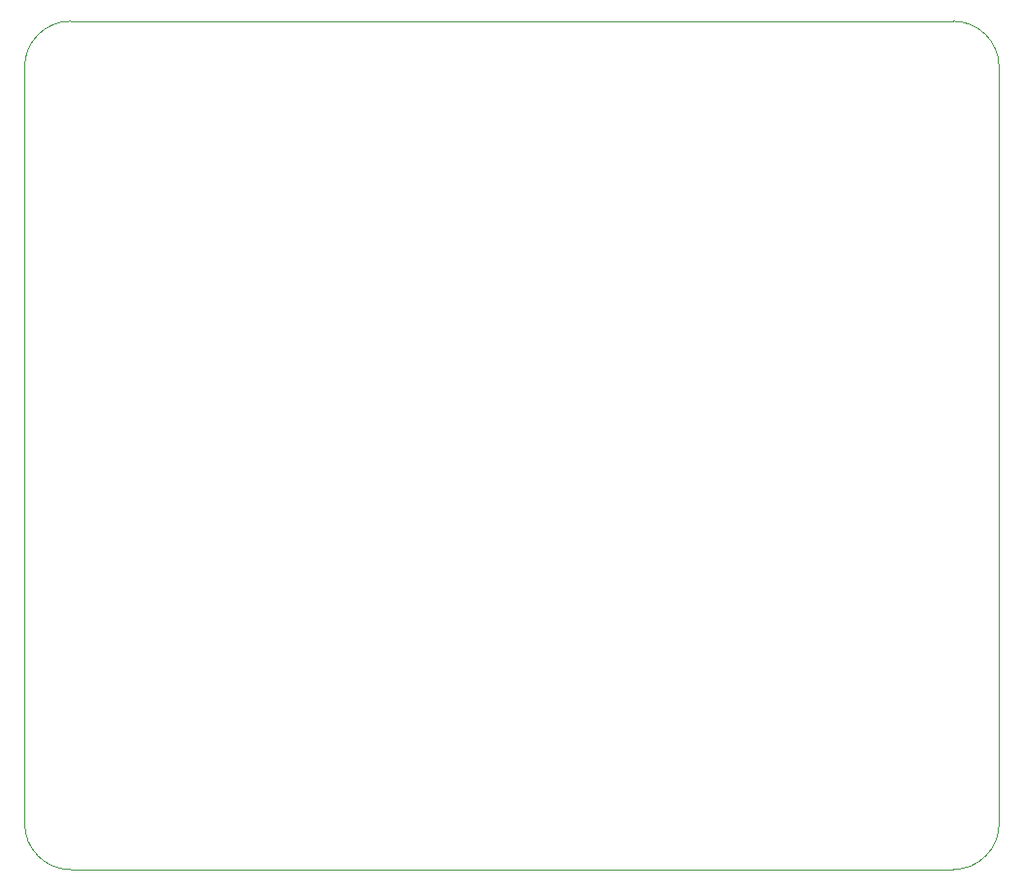
<source format=gbr>
%TF.GenerationSoftware,KiCad,Pcbnew,9.0.2*%
%TF.CreationDate,2025-07-05T12:49:50-04:00*%
%TF.ProjectId,Mainboard H7,4d61696e-626f-4617-9264-2048372e6b69,rev?*%
%TF.SameCoordinates,Original*%
%TF.FileFunction,Profile,NP*%
%FSLAX46Y46*%
G04 Gerber Fmt 4.6, Leading zero omitted, Abs format (unit mm)*
G04 Created by KiCad (PCBNEW 9.0.2) date 2025-07-05 12:49:50*
%MOMM*%
%LPD*%
G01*
G04 APERTURE LIST*
%TA.AperFunction,Profile*%
%ADD10C,0.050000*%
%TD*%
G04 APERTURE END LIST*
D10*
X106000000Y-65000000D02*
G75*
G02*
X110000000Y-61000000I4000000J0D01*
G01*
X191000000Y-65000000D02*
X191000000Y-131000000D01*
X110000000Y-135000000D02*
G75*
G02*
X106000000Y-131000000I0J4000000D01*
G01*
X110000000Y-61000000D02*
X187000000Y-61000000D01*
X187000000Y-61000000D02*
G75*
G02*
X191000000Y-65000000I0J-4000000D01*
G01*
X187000000Y-135000000D02*
X110000000Y-135000000D01*
X191000000Y-131000000D02*
G75*
G02*
X187000000Y-135000000I-4000000J0D01*
G01*
X106000000Y-131000000D02*
X106000000Y-65000000D01*
M02*

</source>
